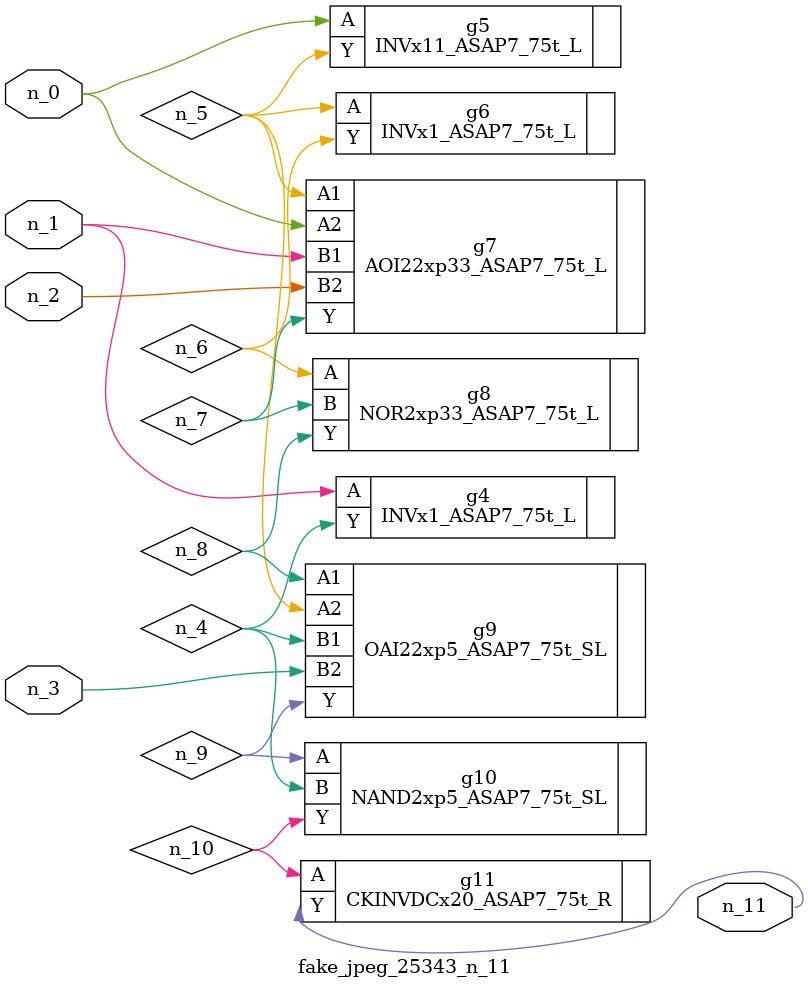
<source format=v>
module fake_jpeg_25343_n_11 (n_0, n_3, n_2, n_1, n_11);

input n_0;
input n_3;
input n_2;
input n_1;

output n_11;

wire n_10;
wire n_4;
wire n_8;
wire n_9;
wire n_6;
wire n_5;
wire n_7;

INVx1_ASAP7_75t_L g4 ( 
.A(n_1),
.Y(n_4)
);

INVx11_ASAP7_75t_L g5 ( 
.A(n_0),
.Y(n_5)
);

INVx1_ASAP7_75t_L g6 ( 
.A(n_5),
.Y(n_6)
);

NOR2xp33_ASAP7_75t_L g8 ( 
.A(n_6),
.B(n_7),
.Y(n_8)
);

AOI22xp33_ASAP7_75t_L g7 ( 
.A1(n_5),
.A2(n_0),
.B1(n_1),
.B2(n_2),
.Y(n_7)
);

OAI22xp5_ASAP7_75t_SL g9 ( 
.A1(n_8),
.A2(n_5),
.B1(n_4),
.B2(n_3),
.Y(n_9)
);

NAND2xp5_ASAP7_75t_SL g10 ( 
.A(n_9),
.B(n_4),
.Y(n_10)
);

CKINVDCx20_ASAP7_75t_R g11 ( 
.A(n_10),
.Y(n_11)
);


endmodule
</source>
